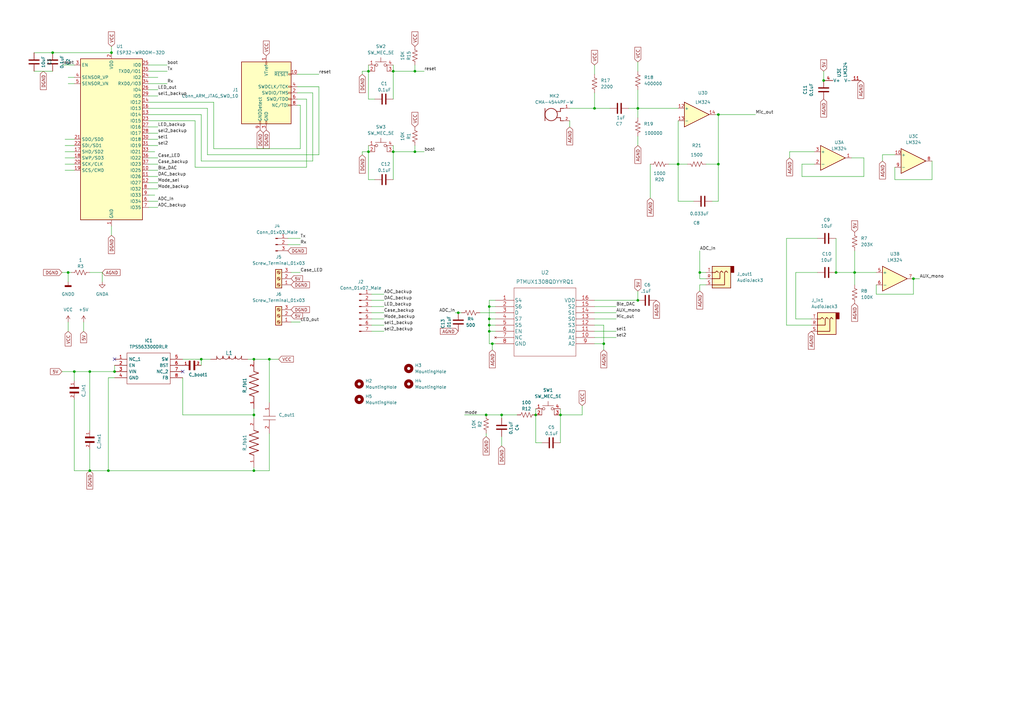
<source format=kicad_sch>
(kicad_sch (version 20211123) (generator eeschema)
  (paper "A3")
  (lib_symbols
    (symbol "Amplifier_Operational:LM324" (pin_names (offset 0.127))
      (property "Reference" "U" (at 0 5.08 0))
      (property "Value" "LM324" (at 0 -5.08 0))
      (symbol "LM324_1_1"
        (pin output line (at 7.62 0 180) (length 2.54) (name "~") (number "1"))
        (pin input line (at -7.62 -2.54 0) (length 2.54) (name "-") (number "2"))
        (pin input line (at -7.62 2.54 0) (length 2.54) (name "+") (number "3"))
      )
      (symbol "LM324_2_1"
        (pin input line (at -7.62 2.54 0) (length 2.54) (name "+") (number "5"))
        (pin input line (at -7.62 -2.54 0) (length 2.54) (name "-") (number "6"))
        (pin output line (at 7.62 0 180) (length 2.54) (name "~") (number "7"))
      )
      (symbol "LM324_3_1"
        (pin input line (at -7.62 2.54 0) (length 2.54) (name "+") (number "10"))
        (pin output line (at 7.62 0 180) (length 2.54) (name "~") (number "8"))
        (pin input line (at -7.62 -2.54 0) (length 2.54) (name "-") (number "9"))
      )
      (symbol "LM324_4_1"
        (pin input line (at -7.62 2.54 0) (length 2.54) (name "+") (number "12"))
        (pin input line (at -7.62 -2.54 0) (length 2.54) (name "-") (number "13"))
        (pin output line (at 7.62 0 180) (length 2.54) (name "~") (number "14"))
      )
      (symbol "LM324_5_1"
        (pin power_in line (at -2.54 -7.62 90) (length 3.81) (name "V-") (number "11"))
        (pin power_in line (at -2.54 7.62 270) (length 3.81) (name "V+") (number "4"))
      )
    )
    (symbol "Connector:AudioJack3"
      (property "Reference" "J" (at 0 8.89 0))
      (property "Value" "AudioJack3" (at 0 6.35 0))
      (symbol "AudioJack3_1_1"
        (pin passive line (at 5.08 0 180) (length 2.54) (name "~") (number "R"))
        (pin passive line (at 5.08 2.54 180) (length 2.54) (name "~") (number "S"))
        (pin passive line (at 5.08 -2.54 180) (length 2.54) (name "~") (number "T"))
      )
    )
    (symbol "Connector:Conn_01x03_Male" (pin_names (offset 1.016) hide)
      (property "Reference" "J" (at 0 5.08 0))
      (property "Value" "Conn_01x03_Male" (at 0 -5.08 0))
      (symbol "Conn_01x03_Male_1_1"
        (pin passive line (at 5.08 2.54 180) (length 3.81) (name "Pin_1") (number "1"))
        (pin passive line (at 5.08 0 180) (length 3.81) (name "Pin_2") (number "2"))
        (pin passive line (at 5.08 -2.54 180) (length 3.81) (name "Pin_3") (number "3"))
      )
    )
    (symbol "Connector:Conn_01x07_Male" (pin_names (offset 1.016) hide)
      (property "Reference" "J" (at 0 10.16 0))
      (property "Value" "Conn_01x07_Male" (at 0 -10.16 0))
      (symbol "Conn_01x07_Male_1_1"
        (pin passive line (at 5.08 7.62 180) (length 3.81) (name "Pin_1") (number "1"))
        (pin passive line (at 5.08 5.08 180) (length 3.81) (name "Pin_2") (number "2"))
        (pin passive line (at 5.08 2.54 180) (length 3.81) (name "Pin_3") (number "3"))
        (pin passive line (at 5.08 0 180) (length 3.81) (name "Pin_4") (number "4"))
        (pin passive line (at 5.08 -2.54 180) (length 3.81) (name "Pin_5") (number "5"))
        (pin passive line (at 5.08 -5.08 180) (length 3.81) (name "Pin_6") (number "6"))
        (pin passive line (at 5.08 -7.62 180) (length 3.81) (name "Pin_7") (number "7"))
      )
    )
    (symbol "Connector:Conn_ARM_JTAG_SWD_10" (pin_names (offset 1.016))
      (property "Reference" "J" (at -2.54 16.51 0))
      (property "Value" "Conn_ARM_JTAG_SWD_10" (at -2.54 13.97 0))
      (symbol "Conn_ARM_JTAG_SWD_10_1_1"
        (pin power_in line (at 0 15.24 270) (length 2.54) (name "VTref") (number "1"))
        (pin open_collector line (at 12.7 7.62 180) (length 2.54) (name "~{RESET}") (number "10"))
        (pin bidirectional line (at 12.7 0 180) (length 2.54) (name "SWDIO/TMS") (number "2"))
        (pin power_in line (at 0 -15.24 90) (length 2.54) (name "GND") (number "3"))
        (pin output line (at 12.7 2.54 180) (length 2.54) (name "SWDCLK/TCK") (number "4"))
        (pin passive line (at 0 -15.24 90) (length 2.54) hide (name "GND") (number "5"))
        (pin input line (at 12.7 -2.54 180) (length 2.54) (name "SWO/TDO") (number "6"))
        (pin no_connect line (at -10.16 0 0) (length 2.54) hide (name "KEY") (number "7"))
        (pin output line (at 12.7 -5.08 180) (length 2.54) (name "NC/TDI") (number "8"))
        (pin passive line (at -2.54 -15.24 90) (length 2.54) (name "GNDDetect") (number "9"))
      )
    )
    (symbol "Connector:Screw_Terminal_01x03" (pin_names (offset 1.016) hide)
      (property "Reference" "J" (at 0 5.08 0))
      (property "Value" "Screw_Terminal_01x03" (at 0 -5.08 0))
      (symbol "Screw_Terminal_01x03_1_1"
        (pin passive line (at -5.08 2.54 0) (length 3.81) (name "Pin_1") (number "1"))
        (pin passive line (at -5.08 0 0) (length 3.81) (name "Pin_2") (number "2"))
        (pin passive line (at -5.08 -2.54 0) (length 3.81) (name "Pin_3") (number "3"))
      )
    )
    (symbol "Device:C" (pin_numbers hide) (pin_names (offset 0.254))
      (property "Reference" "C" (at 0.635 2.54 0))
      (property "Value" "C" (at 0.635 -2.54 0))
      (symbol "C_1_1"
        (pin passive line (at 0 3.81 270) (length 2.794) (name "~") (number "1"))
        (pin passive line (at 0 -3.81 90) (length 2.794) (name "~") (number "2"))
      )
    )
    (symbol "Device:R_US" (pin_numbers hide) (pin_names (offset 0))
      (property "Reference" "R" (at 2.54 0 90))
      (property "Value" "R_US" (at -2.54 0 90))
      (symbol "R_US_1_1"
        (pin passive line (at 0 3.81 270) (length 1.27) (name "~") (number "1"))
        (pin passive line (at 0 -3.81 90) (length 1.27) (name "~") (number "2"))
      )
    )
    (symbol "Mechanical:MountingHole" (pin_names (offset 1.016))
      (property "Reference" "H" (at 0 5.08 0))
      (property "Value" "MountingHole" (at 0 3.175 0))
    )
    (symbol "Power_Circuit_Lib:CRCW040210K0FKED" (pin_names (offset 1.016))
      (property "Reference" "R" (at -7.6244 2.5415 0))
      (property "Value" "CRCW040210K0FKED" (at -7.63 -5.0866 0))
      (symbol "CRCW040210K0FKED_0_0"
        (pin passive line (at -10.16 0 0) (length 5.08) (name "~") (number "1"))
        (pin passive line (at 10.16 0 180) (length 5.08) (name "~") (number "2"))
      )
    )
    (symbol "Power_Circuit_Lib:CRCW060330K9FKEA" (pin_names (offset 1.016))
      (property "Reference" "R" (at -7.6244 2.5415 0))
      (property "Value" "CRCW060330K9FKEA" (at -7.63 -5.0866 0))
      (symbol "CRCW060330K9FKEA_0_0"
        (pin passive line (at -10.16 0 0) (length 5.08) (name "~") (number "1"))
        (pin passive line (at 10.16 0 180) (length 5.08) (name "~") (number "2"))
      )
    )
    (symbol "Power_Circuit_Lib:GRM155R71A104KA01D" (pin_names (offset 1.016))
      (property "Reference" "C" (at 0 3.8109 0))
      (property "Value" "GRM155R71A104KA01D" (at 0 -5.0885 0))
      (symbol "GRM155R71A104KA01D_0_0"
        (pin passive line (at -2.54 0 0) (length 2.54) (name "~") (number "1"))
        (pin passive line (at 5.08 0 180) (length 2.54) (name "~") (number "2"))
      )
    )
    (symbol "Power_Circuit_Lib:GRM31CR71E106KA12L" (pin_names (offset 1.016))
      (property "Reference" "C" (at 0 3.8109 0))
      (property "Value" "GRM31CR71E106KA12L" (at 0 -5.0885 0))
      (symbol "GRM31CR71E106KA12L_0_0"
        (pin passive line (at -2.54 0 0) (length 2.54) (name "~") (number "1"))
        (pin passive line (at 5.08 0 180) (length 2.54) (name "~") (number "2"))
      )
    )
    (symbol "Power_Circuit_Lib:GRM32EC80J107ME20L" (pin_names (offset 0.762))
      (property "Reference" "C" (at 8.89 6.35 0))
      (property "Value" "GRM32EC80J107ME20L" (at 8.89 3.81 0))
      (symbol "GRM32EC80J107ME20L_0_0"
        (pin passive line (at 0 0 0) (length 5.08) (name "~") (number "1"))
        (pin passive line (at 12.7 0 180) (length 5.08) (name "~") (number "2"))
      )
    )
    (symbol "Power_Circuit_Lib:HCM0703-4R7-R" (pin_numbers hide) (pin_names (offset 1.651) hide)
      (property "Reference" "L1" (at 7.62 7.62 0))
      (property "Value" "HCM0703-4R7-R" (at 7.62 3.81 0))
      (symbol "HCM0703-4R7-R_1_1"
        (pin power_out line (at 15.24 0 180) (length 2.54) (name "1") (number "1"))
        (pin power_in line (at 0 0 0) (length 2.54) (name "2") (number "2"))
      )
    )
    (symbol "RF_Module:ESP32-WROOM-32D"
      (property "Reference" "U" (at -12.7 34.29 0))
      (property "Value" "ESP32-WROOM-32D" (at 1.27 34.29 0))
      (symbol "ESP32-WROOM-32D_1_1"
        (pin power_in line (at 0 -35.56 90) (length 2.54) (name "GND") (number "1"))
        (pin bidirectional line (at 15.24 -12.7 180) (length 2.54) (name "IO25") (number "10"))
        (pin bidirectional line (at 15.24 -15.24 180) (length 2.54) (name "IO26") (number "11"))
        (pin bidirectional line (at 15.24 -17.78 180) (length 2.54) (name "IO27") (number "12"))
        (pin bidirectional line (at 15.24 10.16 180) (length 2.54) (name "IO14") (number "13"))
        (pin bidirectional line (at 15.24 15.24 180) (length 2.54) (name "IO12") (number "14"))
        (pin passive line (at 0 -35.56 90) (length 2.54) hide (name "GND") (number "15"))
        (pin bidirectional line (at 15.24 12.7 180) (length 2.54) (name "IO13") (number "16"))
        (pin bidirectional line (at -15.24 -5.08 0) (length 2.54) (name "SHD/SD2") (number "17"))
        (pin bidirectional line (at -15.24 -7.62 0) (length 2.54) (name "SWP/SD3") (number "18"))
        (pin bidirectional line (at -15.24 -12.7 0) (length 2.54) (name "SCS/CMD") (number "19"))
        (pin power_in line (at 0 35.56 270) (length 2.54) (name "VDD") (number "2"))
        (pin bidirectional line (at -15.24 -10.16 0) (length 2.54) (name "SCK/CLK") (number "20"))
        (pin bidirectional line (at -15.24 0 0) (length 2.54) (name "SDO/SD0") (number "21"))
        (pin bidirectional line (at -15.24 -2.54 0) (length 2.54) (name "SDI/SD1") (number "22"))
        (pin bidirectional line (at 15.24 7.62 180) (length 2.54) (name "IO15") (number "23"))
        (pin bidirectional line (at 15.24 25.4 180) (length 2.54) (name "IO2") (number "24"))
        (pin bidirectional line (at 15.24 30.48 180) (length 2.54) (name "IO0") (number "25"))
        (pin bidirectional line (at 15.24 20.32 180) (length 2.54) (name "IO4") (number "26"))
        (pin bidirectional line (at 15.24 5.08 180) (length 2.54) (name "IO16") (number "27"))
        (pin bidirectional line (at 15.24 2.54 180) (length 2.54) (name "IO17") (number "28"))
        (pin bidirectional line (at 15.24 17.78 180) (length 2.54) (name "IO5") (number "29"))
        (pin input line (at -15.24 30.48 0) (length 2.54) (name "EN") (number "3"))
        (pin bidirectional line (at 15.24 0 180) (length 2.54) (name "IO18") (number "30"))
        (pin bidirectional line (at 15.24 -2.54 180) (length 2.54) (name "IO19") (number "31"))
        (pin no_connect line (at -12.7 -27.94 0) (length 2.54) hide (name "NC") (number "32"))
        (pin bidirectional line (at 15.24 -5.08 180) (length 2.54) (name "IO21") (number "33"))
        (pin bidirectional line (at 15.24 22.86 180) (length 2.54) (name "RXD0/IO3") (number "34"))
        (pin bidirectional line (at 15.24 27.94 180) (length 2.54) (name "TXD0/IO1") (number "35"))
        (pin bidirectional line (at 15.24 -7.62 180) (length 2.54) (name "IO22") (number "36"))
        (pin bidirectional line (at 15.24 -10.16 180) (length 2.54) (name "IO23") (number "37"))
        (pin passive line (at 0 -35.56 90) (length 2.54) hide (name "GND") (number "38"))
        (pin passive line (at 0 -35.56 90) (length 2.54) hide (name "GND") (number "39"))
        (pin input line (at -15.24 25.4 0) (length 2.54) (name "SENSOR_VP") (number "4"))
        (pin input line (at -15.24 22.86 0) (length 2.54) (name "SENSOR_VN") (number "5"))
        (pin input line (at 15.24 -25.4 180) (length 2.54) (name "IO34") (number "6"))
        (pin input line (at 15.24 -27.94 180) (length 2.54) (name "IO35") (number "7"))
        (pin bidirectional line (at 15.24 -20.32 180) (length 2.54) (name "IO32") (number "8"))
        (pin bidirectional line (at 15.24 -22.86 180) (length 2.54) (name "IO33") (number "9"))
      )
    )
    (symbol "Switch:SW_MEC_5E" (pin_names (offset 1.016) hide)
      (property "Reference" "SW" (at 0.635 5.715 0))
      (property "Value" "SW_MEC_5E" (at 0 -3.175 0))
      (symbol "SW_MEC_5E_0_1"
        (pin passive line (at -5.08 2.54 0) (length 2.54) (name "1") (number "1"))
        (pin passive line (at -5.08 0 0) (length 2.54) (name "2") (number "2"))
        (pin passive line (at 5.08 0 180) (length 2.54) (name "K") (number "3"))
        (pin passive line (at 5.08 2.54 180) (length 2.54) (name "A") (number "4"))
      )
    )
    (symbol "TMUX:PTMUX1308QDYYRQ1" (pin_names (offset 0.254))
      (property "Reference" "U2" (at 20.32 11.43 0))
      (property "Value" "PTMUX1308QDYYRQ1" (at 20.32 7.62 0))
      (symbol "PTMUX1308QDYYRQ1_1_1"
        (pin bidirectional line (at 0 0 0) (length 7.62) (name "S4") (number "1"))
        (pin bidirectional line (at 40.64 -15.24 180) (length 7.62) (name "A1") (number "10"))
        (pin bidirectional line (at 40.64 -12.7 180) (length 7.62) (name "A0") (number "11"))
        (pin bidirectional line (at 40.64 -10.16 180) (length 7.62) (name "S3") (number "12"))
        (pin bidirectional line (at 40.64 -7.62 180) (length 7.62) (name "S0") (number "13"))
        (pin bidirectional line (at 40.64 -5.08 180) (length 7.62) (name "S1") (number "14"))
        (pin bidirectional line (at 40.64 -2.54 180) (length 7.62) (name "S2") (number "15"))
        (pin power_out line (at 40.64 0 180) (length 7.62) (name "VDD") (number "16"))
        (pin bidirectional line (at 0 -2.54 0) (length 7.62) (name "S6") (number "2"))
        (pin output line (at 0 -5.08 0) (length 7.62) (name "D") (number "3"))
        (pin bidirectional line (at 0 -7.62 0) (length 7.62) (name "S7") (number "4"))
        (pin bidirectional line (at 0 -10.16 0) (length 7.62) (name "S5") (number "5"))
        (pin unspecified line (at 0 -12.7 0) (length 7.62) (name "EN") (number "6"))
        (pin no_connect line (at 0 -15.24 0) (length 7.62) (name "NC") (number "7"))
        (pin power_in line (at 0 -17.78 0) (length 7.62) (name "GND") (number "8"))
        (pin bidirectional line (at 40.64 -17.78 180) (length 7.62) (name "A2") (number "9"))
      )
    )
    (symbol "TPS563300 Power Circuit:TPS563300DRLR" (pin_names (offset 0.762))
      (property "Reference" "IC1" (at 13.97 7.62 0))
      (property "Value" "TPS563300DRLR" (at 13.97 5.08 0))
      (symbol "TPS563300DRLR_0_0"
        (pin passive line (at 0 0 0) (length 5.08) (name "NC_1") (number "1"))
        (pin passive line (at 0 -2.54 0) (length 5.08) (name "EN") (number "2"))
        (pin passive line (at 0 -5.08 0) (length 5.08) (name "VIN") (number "3"))
        (pin passive line (at 0 -7.62 0) (length 5.08) (name "GND") (number "4"))
        (pin power_out line (at 27.94 0 180) (length 5.08) (name "SW") (number "5"))
        (pin passive line (at 27.94 -2.54 180) (length 5.08) (name "BST") (number "6"))
        (pin passive line (at 27.94 -5.08 180) (length 5.08) (name "NC_2") (number "7"))
        (pin passive line (at 27.94 -7.62 180) (length 5.08) (name "FB") (number "8"))
      )
    )
    (symbol "electret_mic:CMA-4544PF-W" (pin_names (offset 1.016))
      (property "Reference" "MK" (at -2.5409 3.8113 0))
      (property "Value" "CMA-4544PF-W" (at -2.5411 -6.3527 0))
      (symbol "CMA-4544PF-W_0_0"
        (pin output line (at 7.62 2.54 180) (length 2.54) (name "~") (number "1"))
        (pin power_in line (at 7.62 -2.54 180) (length 2.54) (name "~") (number "2"))
      )
    )
    (symbol "power:+5V" (power) (pin_names (offset 0))
      (property "Value" "+5V" (at 0 3.556 0))
      (symbol "+5V_1_1"
        (pin power_in line (at 0 0 90) (length 0) hide (name "+5V") (number "1"))
      )
    )
    (symbol "power:GNDA" (power) (pin_names (offset 0))
      (property "Value" "GNDA" (at 0 -5.08 0))
      (symbol "GNDA_1_1"
        (pin power_out line (at 0 0 270) (length 0) hide (name "GNDA") (number "1"))
      )
    )
    (symbol "power:GNDD" (power) (pin_names (offset 0))
      (property "Value" "GNDD" (at 0 -5.08 0))
      (symbol "GNDD_1_1"
        (pin power_out line (at 0 0 270) (length 0) hide (name "GNDD") (number "1"))
      )
    )
    (symbol "power:VCC" (power) (pin_names (offset 0))
      (property "Value" "VCC" (at 0 3.81 0))
      (symbol "VCC_1_1"
        (pin power_in line (at 0 0 90) (length 0) hide (name "VCC") (number "1"))
      )
    )
  )
  (junction (at 104.14 147.32))
  (junction (at 229.87 170.18))
  (junction (at 151.13 62.23))
  (junction (at 161.29 62.23))
  (junction (at 46.99 152.4))
  (junction (at 294.64 46.99))
  (junction (at 151.13 29.21))
  (junction (at 36.83 193.04))
  (junction (at 30.48 152.4))
  (junction (at 199.39 170.18))
  (junction (at 104.14 170.18))
  (junction (at 287.02 111.76))
  (junction (at 205.74 170.18))
  (junction (at 161.29 29.21))
  (junction (at 110.49 147.32))
  (junction (at 200.66 125.73))
  (junction (at 104.14 193.04))
  (junction (at 278.13 67.31))
  (junction (at 247.65 140.97))
  (junction (at 170.18 62.23))
  (junction (at 337.82 33.02))
  (junction (at 187.96 128.27))
  (junction (at 219.71 170.18))
  (junction (at 261.62 44.45))
  (junction (at 21.59 21.59))
  (junction (at 200.66 133.35))
  (junction (at 200.66 130.81))
  (junction (at 36.83 152.4))
  (junction (at 243.84 44.45))
  (junction (at 374.65 114.3))
  (junction (at 350.52 111.76))
  (junction (at 200.66 135.89))
  (junction (at 294.64 67.31))
  (junction (at 342.9 111.76))
  (junction (at 45.72 21.59))
  (junction (at 261.62 123.19))
  (junction (at 170.18 29.21))
  (junction (at 27.94 111.76))
  (junction (at 44.45 193.04))
  (junction (at 82.55 147.32))
  (junction (at 201.93 140.97))
  (no_connect (at 46.99 147.32))
  (no_connect (at 74.93 152.4))
  (wire (pts (xy 367.03 68.58) (xy 367.03 73.66)))
  (wire (pts (xy 222.25 181.61) (xy 219.71 181.61)))
  (wire (pts (xy 60.96 26.67) (xy 68.58 26.67)))
  (wire (pts (xy 219.71 181.61) (xy 219.71 170.18)))
  (wire (pts (xy 367.03 73.66) (xy 382.27 73.66)))
  (wire (pts (xy 60.96 67.31) (xy 64.77 67.31)))
  (wire (pts (xy 104.14 167.64) (xy 104.14 170.18)))
  (wire (pts (xy 200.66 123.19) (xy 200.66 125.73)))
  (wire (pts (xy 27.94 111.76) (xy 29.21 111.76)))
  (wire (pts (xy 101.6 147.32) (xy 104.14 147.32)))
  (wire (pts (xy 74.93 154.94) (xy 74.93 170.18)))
  (wire (pts (xy 374.65 114.3) (xy 377.19 114.3)))
  (wire (pts (xy 74.93 170.18) (xy 104.14 170.18)))
  (wire (pts (xy 293.37 46.99) (xy 294.64 46.99)))
  (wire (pts (xy 243.84 123.19) (xy 261.62 123.19)))
  (wire (pts (xy 148.59 29.21) (xy 151.13 29.21)))
  (wire (pts (xy 199.39 170.18) (xy 205.74 170.18)))
  (wire (pts (xy 170.18 62.23) (xy 170.18 59.69)))
  (wire (pts (xy 243.84 38.1) (xy 243.84 44.45)))
  (wire (pts (xy 261.62 44.45) (xy 278.13 44.45)))
  (wire (pts (xy 21.59 21.59) (xy 45.72 21.59)))
  (wire (pts (xy 104.14 147.32) (xy 110.49 147.32)))
  (wire (pts (xy 233.68 52.07) (xy 233.68 49.53)))
  (wire (pts (xy 243.84 26.67) (xy 243.84 30.48)))
  (wire (pts (xy 26.67 59.69) (xy 30.48 59.69)))
  (wire (pts (xy 349.25 64.77) (xy 354.33 64.77)))
  (wire (pts (xy 148.59 63.5) (xy 148.59 62.23)))
  (wire (pts (xy 148.59 62.23) (xy 151.13 62.23)))
  (wire (pts (xy 123.19 43.18) (xy 121.92 43.18)))
  (wire (pts (xy 44.45 154.94) (xy 44.45 193.04)))
  (wire (pts (xy 294.64 82.55) (xy 292.1 82.55)))
  (wire (pts (xy 118.11 100.33) (xy 123.19 100.33)))
  (wire (pts (xy 326.39 111.76) (xy 326.39 130.81)))
  (wire (pts (xy 30.48 163.83) (xy 30.48 193.04)))
  (wire (pts (xy 354.33 72.39) (xy 354.33 64.77)))
  (wire (pts (xy 328.93 67.31) (xy 334.01 67.31)))
  (wire (pts (xy 121.92 30.48) (xy 130.81 30.48)))
  (wire (pts (xy 152.4 120.65) (xy 157.48 120.65)))
  (wire (pts (xy 243.84 128.27) (xy 252.73 128.27)))
  (wire (pts (xy 261.62 123.19) (xy 261.62 119.38)))
  (wire (pts (xy 257.81 44.45) (xy 261.62 44.45)))
  (wire (pts (xy 200.66 130.81) (xy 200.66 133.35)))
  (wire (pts (xy 374.65 114.3) (xy 374.65 120.65)))
  (wire (pts (xy 60.96 74.93) (xy 64.77 74.93)))
  (wire (pts (xy 243.84 135.89) (xy 252.73 135.89)))
  (wire (pts (xy 110.49 147.32) (xy 114.3 147.32)))
  (wire (pts (xy 60.96 69.85) (xy 64.77 69.85)))
  (wire (pts (xy 82.55 147.32) (xy 86.36 147.32)))
  (wire (pts (xy 382.27 73.66) (xy 382.27 66.04)))
  (wire (pts (xy 151.13 59.69) (xy 151.13 62.23)))
  (wire (pts (xy 60.96 62.23) (xy 63.5 62.23)))
  (wire (pts (xy 243.84 44.45) (xy 250.19 44.45)))
  (wire (pts (xy 123.19 132.08) (xy 119.38 132.08)))
  (wire (pts (xy 125.73 40.64) (xy 125.73 68.58)))
  (wire (pts (xy 60.96 57.15) (xy 64.77 57.15)))
  (wire (pts (xy 60.96 80.01) (xy 63.5 80.01)))
  (wire (pts (xy 153.67 73.66) (xy 151.13 73.66)))
  (wire (pts (xy 41.91 111.76) (xy 41.91 115.57)))
  (wire (pts (xy 26.67 57.15) (xy 30.48 57.15)))
  (wire (pts (xy 243.84 138.43) (xy 252.73 138.43)))
  (wire (pts (xy 359.41 120.65) (xy 359.41 116.84)))
  (wire (pts (xy 229.87 170.18) (xy 229.87 181.61)))
  (wire (pts (xy 287.02 111.76) (xy 289.56 111.76)))
  (wire (pts (xy 323.85 62.23) (xy 334.01 62.23)))
  (wire (pts (xy 170.18 29.21) (xy 173.99 29.21)))
  (wire (pts (xy 233.68 44.45) (xy 243.84 44.45)))
  (wire (pts (xy 87.63 60.96) (xy 123.19 60.96)))
  (wire (pts (xy 247.65 133.35) (xy 247.65 140.97)))
  (wire (pts (xy 274.32 67.31) (xy 278.13 67.31)))
  (wire (pts (xy 45.72 96.52) (xy 45.72 92.71)))
  (wire (pts (xy 110.49 177.8) (xy 110.49 193.04)))
  (wire (pts (xy 82.55 66.04) (xy 128.27 66.04)))
  (wire (pts (xy 161.29 26.67) (xy 161.29 29.21)))
  (wire (pts (xy 30.48 152.4) (xy 30.48 156.21)))
  (wire (pts (xy 152.4 130.81) (xy 157.48 130.81)))
  (wire (pts (xy 199.39 177.8) (xy 199.39 179.07)))
  (wire (pts (xy 161.29 62.23) (xy 161.29 73.66)))
  (wire (pts (xy 104.14 170.18) (xy 104.14 171.45)))
  (wire (pts (xy 26.67 62.23) (xy 30.48 62.23)))
  (wire (pts (xy 60.96 44.45) (xy 85.09 44.45)))
  (wire (pts (xy 200.66 125.73) (xy 203.2 125.73)))
  (wire (pts (xy 350.52 116.84) (xy 350.52 111.76)))
  (wire (pts (xy 121.92 35.56) (xy 130.81 35.56)))
  (wire (pts (xy 200.66 133.35) (xy 200.66 135.89)))
  (wire (pts (xy 130.81 35.56) (xy 130.81 63.5)))
  (wire (pts (xy 60.96 39.37) (xy 64.77 39.37)))
  (wire (pts (xy 278.13 67.31) (xy 281.94 67.31)))
  (wire (pts (xy 229.87 167.64) (xy 229.87 170.18)))
  (wire (pts (xy 104.14 193.04) (xy 110.49 193.04)))
  (wire (pts (xy 243.84 130.81) (xy 252.73 130.81)))
  (wire (pts (xy 261.62 59.69) (xy 261.62 55.88)))
  (wire (pts (xy 26.67 64.77) (xy 30.48 64.77)))
  (wire (pts (xy 125.73 68.58) (xy 80.01 68.58)))
  (wire (pts (xy 200.66 130.81) (xy 203.2 130.81)))
  (wire (pts (xy 25.4 152.4) (xy 30.48 152.4)))
  (wire (pts (xy 30.48 152.4) (xy 36.83 152.4)))
  (wire (pts (xy 278.13 49.53) (xy 278.13 67.31)))
  (wire (pts (xy 205.74 182.88) (xy 205.74 179.07)))
  (wire (pts (xy 27.94 111.76) (xy 27.94 115.57)))
  (wire (pts (xy 60.96 52.07) (xy 64.77 52.07)))
  (wire (pts (xy 287.02 111.76) (xy 287.02 114.3)))
  (wire (pts (xy 34.29 132.08) (xy 34.29 135.89)))
  (wire (pts (xy 326.39 130.81) (xy 332.74 130.81)))
  (wire (pts (xy 60.96 36.83) (xy 64.77 36.83)))
  (wire (pts (xy 60.96 85.09) (xy 64.77 85.09)))
  (wire (pts (xy 337.82 29.21) (xy 337.82 33.02)))
  (wire (pts (xy 200.66 125.73) (xy 200.66 130.81)))
  (wire (pts (xy 289.56 116.84) (xy 287.02 116.84)))
  (wire (pts (xy 27.94 34.29) (xy 30.48 34.29)))
  (wire (pts (xy 36.83 111.76) (xy 41.91 111.76)))
  (wire (pts (xy 219.71 167.64) (xy 219.71 170.18)))
  (wire (pts (xy 170.18 62.23) (xy 173.99 62.23)))
  (wire (pts (xy 332.74 133.35) (xy 322.58 133.35)))
  (wire (pts (xy 60.96 34.29) (xy 68.58 34.29)))
  (wire (pts (xy 287.02 116.84) (xy 287.02 119.38)))
  (wire (pts (xy 152.4 135.89) (xy 157.48 135.89)))
  (wire (pts (xy 243.84 125.73) (xy 252.73 125.73)))
  (wire (pts (xy 212.09 170.18) (xy 205.74 170.18)))
  (wire (pts (xy 151.13 26.67) (xy 151.13 29.21)))
  (wire (pts (xy 203.2 140.97) (xy 201.93 140.97)))
  (wire (pts (xy 294.64 46.99) (xy 309.88 46.99)))
  (wire (pts (xy 322.58 97.79) (xy 335.28 97.79)))
  (wire (pts (xy 361.95 63.5) (xy 361.95 66.04)))
  (wire (pts (xy 205.74 170.18) (xy 205.74 171.45)))
  (wire (pts (xy 186.69 128.27) (xy 187.96 128.27)))
  (wire (pts (xy 203.2 123.19) (xy 200.66 123.19)))
  (wire (pts (xy 328.93 72.39) (xy 354.33 72.39)))
  (wire (pts (xy 46.99 149.86) (xy 46.99 152.4)))
  (wire (pts (xy 238.76 166.37) (xy 238.76 170.18)))
  (wire (pts (xy 247.65 143.51) (xy 247.65 140.97)))
  (wire (pts (xy 153.67 40.64) (xy 151.13 40.64)))
  (wire (pts (xy 151.13 73.66) (xy 151.13 62.23)))
  (wire (pts (xy 44.45 193.04) (xy 104.14 193.04)))
  (wire (pts (xy 261.62 36.83) (xy 261.62 44.45)))
  (wire (pts (xy 87.63 41.91) (xy 87.63 60.96)))
  (wire (pts (xy 26.67 69.85) (xy 30.48 69.85)))
  (wire (pts (xy 60.96 72.39) (xy 64.77 72.39)))
  (wire (pts (xy 60.96 64.77) (xy 64.77 64.77)))
  (wire (pts (xy 60.96 49.53) (xy 80.01 49.53)))
  (wire (pts (xy 367.03 63.5) (xy 361.95 63.5)))
  (wire (pts (xy 200.66 135.89) (xy 200.66 140.97)))
  (wire (pts (xy 200.66 140.97) (xy 201.93 140.97)))
  (wire (pts (xy 294.64 82.55) (xy 294.64 67.31)))
  (wire (pts (xy 45.72 19.05) (xy 45.72 21.59)))
  (wire (pts (xy 82.55 149.86) (xy 82.55 147.32)))
  (wire (pts (xy 323.85 62.23) (xy 323.85 64.77)))
  (wire (pts (xy 60.96 59.69) (xy 64.77 59.69)))
  (wire (pts (xy 350.52 111.76) (xy 359.41 111.76)))
  (wire (pts (xy 30.48 193.04) (xy 36.83 193.04)))
  (wire (pts (xy 36.83 193.04) (xy 44.45 193.04)))
  (wire (pts (xy 261.62 44.45) (xy 261.62 48.26)))
  (wire (pts (xy 187.96 128.27) (xy 189.23 128.27)))
  (wire (pts (xy 13.97 29.21) (xy 21.59 29.21)))
  (wire (pts (xy 152.4 125.73) (xy 157.48 125.73)))
  (wire (pts (xy 200.66 135.89) (xy 203.2 135.89)))
  (wire (pts (xy 110.49 147.32) (xy 110.49 165.1)))
  (wire (pts (xy 128.27 38.1) (xy 121.92 38.1)))
  (wire (pts (xy 328.93 67.31) (xy 328.93 72.39)))
  (wire (pts (xy 243.84 133.35) (xy 247.65 133.35)))
  (wire (pts (xy 342.9 97.79) (xy 342.9 111.76)))
  (wire (pts (xy 152.4 123.19) (xy 157.48 123.19)))
  (wire (pts (xy 148.59 30.48) (xy 148.59 29.21)))
  (wire (pts (xy 60.96 46.99) (xy 82.55 46.99)))
  (wire (pts (xy 374.65 120.65) (xy 359.41 120.65)))
  (wire (pts (xy 60.96 41.91) (xy 87.63 41.91)))
  (wire (pts (xy 152.4 133.35) (xy 157.48 133.35)))
  (wire (pts (xy 123.19 43.18) (xy 123.19 60.96)))
  (wire (pts (xy 170.18 29.21) (xy 170.18 26.67)))
  (wire (pts (xy 229.87 170.18) (xy 238.76 170.18)))
  (wire (pts (xy 261.62 25.4) (xy 261.62 29.21)))
  (wire (pts (xy 190.5 170.18) (xy 199.39 170.18)))
  (wire (pts (xy 152.4 128.27) (xy 157.48 128.27)))
  (wire (pts (xy 128.27 66.04) (xy 128.27 38.1)))
  (wire (pts (xy 26.67 67.31) (xy 30.48 67.31)))
  (wire (pts (xy 287.02 114.3) (xy 289.56 114.3)))
  (wire (pts (xy 121.92 40.64) (xy 125.73 40.64)))
  (wire (pts (xy 80.01 68.58) (xy 80.01 49.53)))
  (wire (pts (xy 266.7 67.31) (xy 266.7 81.28)))
  (wire (pts (xy 60.96 82.55) (xy 64.77 82.55)))
  (wire (pts (xy 60.96 31.75) (xy 64.77 31.75)))
  (wire (pts (xy 13.97 21.59) (xy 21.59 21.59)))
  (wire (pts (xy 82.55 46.99) (xy 82.55 66.04)))
  (wire (pts (xy 161.29 62.23) (xy 170.18 62.23)))
  (wire (pts (xy 27.94 31.75) (xy 30.48 31.75)))
  (wire (pts (xy 123.19 111.76) (xy 119.38 111.76)))
  (wire (pts (xy 161.29 59.69) (xy 161.29 62.23)))
  (wire (pts (xy 36.83 152.4) (xy 36.83 176.53)))
  (wire (pts (xy 196.85 128.27) (xy 203.2 128.27)))
  (wire (pts (xy 350.52 102.87) (xy 350.52 111.76)))
  (wire (pts (xy 322.58 133.35) (xy 322.58 97.79)))
  (wire (pts (xy 46.99 154.94) (xy 44.45 154.94)))
  (wire (pts (xy 294.64 67.31) (xy 294.64 46.99)))
  (wire (pts (xy 200.66 133.35) (xy 203.2 133.35)))
  (wire (pts (xy 118.11 97.79) (xy 123.19 97.79)))
  (wire (pts (xy 60.96 54.61) (xy 64.77 54.61)))
  (wire (pts (xy 278.13 82.55) (xy 284.48 82.55)))
  (wire (pts (xy 151.13 40.64) (xy 151.13 29.21)))
  (wire (pts (xy 60.96 77.47) (xy 64.77 77.47)))
  (wire (pts (xy 36.83 184.15) (xy 36.83 193.04)))
  (wire (pts (xy 335.28 111.76) (xy 326.39 111.76)))
  (wire (pts (xy 278.13 67.31) (xy 278.13 82.55)))
  (wire (pts (xy 130.81 63.5) (xy 85.09 63.5)))
  (wire (pts (xy 289.56 67.31) (xy 294.64 67.31)))
  (wire (pts (xy 27.94 132.08) (xy 27.94 135.89)))
  (wire (pts (xy 36.83 152.4) (xy 46.99 152.4)))
  (wire (pts (xy 287.02 102.87) (xy 287.02 111.76)))
  (wire (pts (xy 342.9 111.76) (xy 350.52 111.76)))
  (wire (pts (xy 25.4 26.67) (xy 30.48 26.67)))
  (wire (pts (xy 201.93 140.97) (xy 201.93 143.51)))
  (wire (pts (xy 161.29 29.21) (xy 161.29 40.64)))
  (wire (pts (xy 25.4 111.76) (xy 27.94 111.76)))
  (wire (pts (xy 161.29 29.21) (xy 170.18 29.21)))
  (wire (pts (xy 247.65 140.97) (xy 243.84 140.97)))
  (wire (pts (xy 104.14 191.77) (xy 104.14 193.04)))
  (wire (pts (xy 85.09 63.5) (xy 85.09 44.45)))
  (wire (pts (xy 74.93 147.32) (xy 82.55 147.32)))
  (wire (pts (xy 60.96 29.21) (xy 68.58 29.21)))
  (label "ADC_backup" (at 157.48 120.65 0))
  (label "Rx" (at 68.58 34.29 0))
  (label "ADC_In" (at 287.02 102.87 0))
  (label "LED_backup" (at 64.77 52.07 0))
  (label "boot" (at 68.58 26.67 0))
  (label "Tx" (at 68.58 29.21 0))
  (label "reset" (at 173.99 29.21 0))
  (label "Case_backup" (at 157.48 128.27 0))
  (label "Ble_DAC" (at 252.73 125.73 0))
  (label "LED_backup" (at 157.48 125.73 0))
  (label "boot" (at 173.99 62.23 0))
  (label "reset" (at 130.81 30.48 0))
  (label "reset" (at 25.4 26.67 0))
  (label "Case_LED" (at 64.77 64.77 0))
  (label "Mode_sel" (at 64.77 74.93 0))
  (label "AUX_mono" (at 377.19 114.3 0))
  (label "sel1_backup" (at 64.77 39.37 0))
  (label "Mic_out" (at 309.88 46.99 0))
  (label "LED_out" (at 64.77 36.83 0))
  (label "DAC_backup" (at 157.48 123.19 0))
  (label "Mode_backup" (at 64.77 77.47 0))
  (label "DAC_backup" (at 64.77 72.39 0))
  (label "Mic_out" (at 252.73 130.81 0))
  (label "sel1_backup" (at 157.48 133.35 0))
  (label "Tx" (at 123.19 97.79 0))
  (label "Case_LED" (at 123.19 111.76 0))
  (label "ADC_backup" (at 64.77 85.09 0))
  (label "ADC_In" (at 64.77 82.55 0))
  (label "sel1" (at 64.77 57.15 0))
  (label "AUX_mono" (at 252.73 128.27 0))
  (label "Rx" (at 123.19 100.33 0))
  (label "Case_backup" (at 64.77 67.31 0))
  (label "Mode_backup" (at 157.48 130.81 0))
  (label "mode" (at 190.5 170.18 0))
  (label "Ble_DAC" (at 64.77 69.85 0))
  (label "sel2_backup" (at 157.48 135.89 0))
  (label "LED_out" (at 123.19 132.08 0))
  (label "sel2_backup" (at 64.77 54.61 0))
  (label "ADC_In" (at 186.69 128.27 180))
  (label "sel2" (at 64.77 59.69 0))
  (label "sel2" (at 252.73 138.43 0))
  (label "sel1" (at 252.73 135.89 0))
  (global_label "DGND" (shape input) (at 45.72 96.52 270) (property "Intersheet References" "${INTERSHEET_REFS}" (effects hide)))
  (global_label "DGND" (shape input) (at 25.4 111.76 180) (property "Intersheet References" "${INTERSHEET_REFS}" (effects hide)))
  (global_label "DGND" (shape input) (at 205.74 182.88 270) (property "Intersheet References" "${INTERSHEET_REFS}" (effects hide)))
  (global_label "AGND" (shape input) (at 287.02 119.38 270) (property "Intersheet References" "${INTERSHEET_REFS}" (effects hide)))
  (global_label "VCC" (shape input) (at 238.76 166.37 90) (property "Intersheet References" "${INTERSHEET_REFS}" (effects hide)))
  (global_label "AGND" (shape input) (at 361.95 66.04 270) (property "Intersheet References" "${INTERSHEET_REFS}" (effects hide)))
  (global_label "5V" (shape input) (at 261.62 119.38 90) (property "Intersheet References" "${INTERSHEET_REFS}" (effects hide)))
  (global_label "VCC" (shape input) (at 114.3 147.32 0) (property "Intersheet References" "${INTERSHEET_REFS}" (effects hide)))
  (global_label "5V" (shape input) (at 119.38 129.54 0) (property "Intersheet References" "${INTERSHEET_REFS}" (effects hide)))
  (global_label "VCC" (shape input) (at 27.94 135.89 270) (property "Intersheet References" "${INTERSHEET_REFS}" (effects hide)))
  (global_label "AGND" (shape input) (at 41.91 111.76 0) (property "Intersheet References" "${INTERSHEET_REFS}" (effects hide)))
  (global_label "5V" (shape input) (at 337.82 29.21 90) (property "Intersheet References" "${INTERSHEET_REFS}" (effects hide)))
  (global_label "AGND" (shape input) (at 266.7 81.28 270) (property "Intersheet References" "${INTERSHEET_REFS}" (effects hide)))
  (global_label "AGND" (shape input) (at 332.74 135.89 270) (property "Intersheet References" "${INTERSHEET_REFS}" (effects hide)))
  (global_label "DGND" (shape input) (at 119.38 116.84 0) (property "Intersheet References" "${INTERSHEET_REFS}" (effects hide)))
  (global_label "AGND" (shape input) (at 353.06 33.02 270) (property "Intersheet References" "${INTERSHEET_REFS}" (effects hide)))
  (global_label "AGND" (shape input) (at 201.93 143.51 270) (property "Intersheet References" "${INTERSHEET_REFS}" (effects hide)))
  (global_label "DGND" (shape input) (at 148.59 30.48 270) (property "Intersheet References" "${INTERSHEET_REFS}" (effects hide)))
  (global_label "VCC" (shape input) (at 45.72 19.05 90) (property "Intersheet References" "${INTERSHEET_REFS}" (effects hide)))
  (global_label "DGND" (shape input) (at 199.39 179.07 270) (property "Intersheet References" "${INTERSHEET_REFS}" (effects hide)))
  (global_label "VCC" (shape input) (at 170.18 52.07 90) (property "Intersheet References" "${INTERSHEET_REFS}" (effects hide)))
  (global_label "5V" (shape input) (at 350.52 95.25 90) (property "Intersheet References" "${INTERSHEET_REFS}" (effects hide)))
  (global_label "DGND" (shape input) (at 17.78 29.21 270) (property "Intersheet References" "${INTERSHEET_REFS}" (effects hide)))
  (global_label "DGND" (shape input) (at 119.38 127 0) (property "Intersheet References" "${INTERSHEET_REFS}" (effects hide)))
  (global_label "VCC" (shape input) (at 170.18 19.05 90) (property "Intersheet References" "${INTERSHEET_REFS}" (effects hide)))
  (global_label "VCC" (shape input) (at 261.62 25.4 90) (property "Intersheet References" "${INTERSHEET_REFS}" (effects hide)))
  (global_label "DGND" (shape input) (at 106.68 53.34 270) (property "Intersheet References" "${INTERSHEET_REFS}" (effects hide)))
  (global_label "AGND" (shape input) (at 350.52 124.46 270) (property "Intersheet References" "${INTERSHEET_REFS}" (effects hide)))
  (global_label "DGND" (shape input) (at 118.11 102.87 0) (property "Intersheet References" "${INTERSHEET_REFS}" (effects hide)))
  (global_label "VCC" (shape input) (at 109.22 22.86 90) (property "Intersheet References" "${INTERSHEET_REFS}" (effects hide)))
  (global_label "AGND" (shape input) (at 247.65 143.51 270) (property "Intersheet References" "${INTERSHEET_REFS}" (effects hide)))
  (global_label "DGND" (shape input) (at 148.59 63.5 270) (property "Intersheet References" "${INTERSHEET_REFS}" (effects hide)))
  (global_label "AGND" (shape input) (at 337.82 40.64 270) (property "Intersheet References" "${INTERSHEET_REFS}" (effects hide)))
  (global_label "AGND" (shape input) (at 269.24 123.19 270) (property "Intersheet References" "${INTERSHEET_REFS}" (effects hide)))
  (global_label "DGND" (shape input) (at 109.22 53.34 270) (property "Intersheet References" "${INTERSHEET_REFS}" (effects hide)))
  (global_label "5V" (shape input) (at 119.38 114.3 0) (property "Intersheet References" "${INTERSHEET_REFS}" (effects hide)))
  (global_label "AGND" (shape input) (at 187.96 135.89 180) (property "Intersheet References" "${INTERSHEET_REFS}" (effects hide)))
  (global_label "AGND" (shape input) (at 323.85 64.77 270) (property "Intersheet References" "${INTERSHEET_REFS}" (effects hide)))
  (global_label "DGND" (shape input) (at 36.83 193.04 270) (property "Intersheet References" "${INTERSHEET_REFS}" (effects hide)))
  (global_label "AGND" (shape input) (at 233.68 52.07 270) (property "Intersheet References" "${INTERSHEET_REFS}" (effects hide)))
  (global_label "5V" (shape input) (at 34.29 135.89 270) (property "Intersheet References" "${INTERSHEET_REFS}" (effects hide)))
  (global_label "5V" (shape input) (at 25.4 152.4 180) (property "Intersheet References" "${INTERSHEET_REFS}" (effects hide)))
  (global_label "AGND" (shape input) (at 261.62 59.69 270) (property "Intersheet References" "${INTERSHEET_REFS}" (effects hide)))
  (global_label "VCC" (shape input) (at 243.84 26.67 90) (property "Intersheet References" "${INTERSHEET_REFS}" (effects hide)))
  (symbol (lib_id "Device:R_US") (at 261.62 52.07 0) (mirror x) (unit 1)
    (property "Reference" "R19" (at 267.97 50.8 0) (effects (justify right)))
    (property "Value" "100000" (at 271.78 54.61 0) (effects (justify right)))
    (property "Footprint" "Resistor_SMD:R_1206_3216Metric" (effects hide))
  )
  (symbol (lib_id "Device:R_US") (at 285.75 67.31 270) (mirror x) (unit 1)
    (property "Reference" "R21" (at 285.75 59.69 90))
    (property "Value" "1500" (at 285.75 63.5 90))
    (property "Footprint" "Resistor_SMD:R_1206_3216Metric" (effects hide))
  )
  (symbol (lib_id "Device:R_US") (at 170.18 22.86 0) (unit 1)
    (property "Reference" "R15" (at 167.64 22.86 90))
    (property "Value" "10K" (at 165.1 22.86 90))
    (property "Footprint" "Resistor_SMD:R_1206_3216Metric" (effects hide))
  )
  (symbol (lib_id "Device:R_US") (at 193.04 128.27 90) (unit 1)
    (property "Reference" "R4" (at 193.04 130.81 90))
    (property "Value" "500" (at 193.04 133.35 90))
    (property "Footprint" "Resistor_SMD:R_1206_3216Metric" (effects hide))
  )
  (symbol (lib_id "Power_Circuit_Lib:GRM31CR71E106KA12L") (at 30.48 158.75 270) (unit 1)
    (property "Reference" "C_in1" (at 34.29 157.48 0) (effects (justify left)))
    (property "Value" "GRM31CR71E106KA12L" (effects hide))
    (property "Footprint" "TPS563300_Power_Circuit:C_IN_CAPC3216X180N" (effects hide))
  )
  (symbol (lib_id "Connector:Screw_Terminal_01x03") (at 114.3 129.54 180) (unit 1)
    (property "Reference" "J6" (at 114.3 120.65 0))
    (property "Value" "Screw_Terminal_01x03" (at 114.3 123.19 0))
    (property "Footprint" "Connector_Phoenix_MSTB:PhoenixContact_MSTBA_2,5_3-G-5,08_1x03_P5.08mm_Horizontal" (effects hide))
  )
  (symbol (lib_id "Device:C") (at 205.74 175.26 180) (unit 1)
    (property "Reference" "C4" (at 212.09 173.99 90) (effects (justify left)))
    (property "Value" "0.1uF" (at 209.55 172.72 90) (effects (justify left)))
    (property "Footprint" "Capacitor_SMD:C_1206_3216Metric" (effects hide))
  )
  (symbol (lib_id "Power_Circuit_Lib:HCM0703-4R7-R") (at 86.36 147.32 0) (unit 1)
    (property "Reference" "L1" (at 93.98 144.78 0) (effects (font (size 1.524 1.524))))
    (property "Value" "HCM0703-4R7-R" (effects hide))
    (property "Footprint" "TPS563300_Power_Circuit:L1_HCM0703-4R7-R" (effects hide))
  )
  (symbol (lib_id "Device:R_US") (at 243.84 34.29 0) (unit 1)
    (property "Reference" "R17" (at 246.38 33.0199 0) (effects (justify left)))
    (property "Value" "2200" (at 246.38 35.5599 0) (effects (justify left)))
    (property "Footprint" "Resistor_SMD:R_1206_3216Metric" (effects hide))
  )
  (symbol (lib_id "Amplifier_Operational:LM324") (at 367.03 114.3 0) (unit 2)
    (property "Reference" "U3" (at 367.03 104.14 0))
    (property "Value" "LM324" (at 367.03 106.68 0))
    (property "Footprint" "Lm324:LM324D" (effects hide))
    (property "Datasheet" "http://www.ti.com/lit/ds/symlink/lm2902-n.pdf" (effects hide))
  )
  (symbol (lib_id "Device:R_US") (at 170.18 55.88 0) (unit 1)
    (property "Reference" "R1" (at 167.64 55.88 90))
    (property "Value" "10K" (at 165.1 55.88 90))
    (property "Footprint" "Resistor_SMD:R_1206_3216Metric" (effects hide))
  )
  (symbol (lib_id "Connector:AudioJack3") (at 294.64 114.3 180) (unit 1)
    (property "Reference" "J_out1" (at 302.26 112.3949 0) (effects (justify right)))
    (property "Value" "AudioJack3" (at 302.26 114.9349 0) (effects (justify right)))
    (property "Footprint" "Connector_Audio:Jack_3.5mm_CUI_SJ-3523-SMT_Horizontal" (effects hide))
    (property "Datasheet" "https://www.cuidevices.com/product/resource/sj-352x-smt.pdf" (effects hide))
  )
  (symbol (lib_id "Device:R_US") (at 215.9 170.18 270) (unit 1)
    (property "Reference" "R12" (at 215.9 167.64 90))
    (property "Value" "100" (at 215.9 165.1 90))
    (property "Footprint" "Resistor_SMD:R_1206_3216Metric" (effects hide))
  )
  (symbol (lib_id "Device:C") (at 21.59 25.4 180) (unit 1)
    (property "Reference" "C2" (at 27.94 25.4 90))
    (property "Value" "0.1uF" (at 25.4 25.4 90))
    (property "Footprint" "Capacitor_SMD:C_1206_3216Metric" (effects hide))
  )
  (symbol (lib_id "Mechanical:MountingHole") (at 147.32 157.48 0) (unit 1)
    (property "Reference" "H2" (at 149.86 156.2099 0) (effects (justify left)))
    (property "Value" "MountingHole" (at 149.86 158.7499 0) (effects (justify left)))
    (property "Footprint" "MountingHole:MountingHole_3.2mm_M3" (effects hide))
  )
  (symbol (lib_id "Mechanical:MountingHole") (at 147.32 163.83 0) (unit 1)
    (property "Reference" "H5" (at 149.86 162.5599 0) (effects (justify left)))
    (property "Value" "MountingHole" (at 149.86 165.0999 0) (effects (justify left)))
    (property "Footprint" "MountingHole:MountingHole_3.2mm_M3" (effects hide))
  )
  (symbol (lib_id "Power_Circuit_Lib:CRCW040210K0FKED") (at 104.14 181.61 90) (unit 1)
    (property "Reference" "R_fbb1" (at 100.33 181.61 0))
    (property "Value" "CRCW040210K0FKED" (effects hide))
    (property "Footprint" "TPS563300_Power_Circuit:R_FBB_RESC1005X40N" (effects hide))
  )
  (symbol (lib_id "Connector:Screw_Terminal_01x03") (at 114.3 114.3 180) (unit 1)
    (property "Reference" "J5" (at 114.3 105.41 0))
    (property "Value" "Screw_Terminal_01x03" (at 114.3 107.95 0))
    (property "Footprint" "Connector_Phoenix_MSTB:PhoenixContact_MSTBA_2,5_3-G-5,08_1x03_P5.08mm_Horizontal" (effects hide))
  )
  (symbol (lib_id "Device:C") (at 265.43 123.19 270) (unit 1)
    (property "Reference" "C6" (at 264.16 116.84 90) (effects (justify left)))
    (property "Value" ".1uF" (at 262.89 119.38 90) (effects (justify left)))
    (property "Footprint" "Capacitor_SMD:C_1206_3216Metric" (effects hide))
  )
  (symbol (lib_id "Device:C") (at 339.09 111.76 270) (unit 1)
    (property "Reference" "C10" (at 339.09 104.14 90))
    (property "Value" "10uF" (at 339.09 106.68 90))
    (property "Footprint" "Capacitor_SMD:C_1206_3216Metric" (effects hide))
  )
  (symbol (lib_id "Amplifier_Operational:LM324") (at 341.63 64.77 0) (unit 1)
    (property "Reference" "U3" (at 344.17 58.42 0))
    (property "Value" "LM324" (at 344.17 60.96 0))
    (property "Footprint" "Lm324:LM324D" (effects hide))
    (property "Datasheet" "http://www.ti.com/lit/ds/symlink/lm2902-n.pdf" (effects hide))
  )
  (symbol (lib_id "RF_Module:ESP32-WROOM-32D") (at 45.72 57.15 0) (unit 1)
    (property "Reference" "U1" (at 47.7394 19.05 0) (effects (justify left)))
    (property "Value" "ESP32-WROOM-32D" (at 47.7394 21.59 0) (effects (justify left)))
    (property "Footprint" "RF_Module:ESP32-WROOM-32" (effects hide))
    (property "Datasheet" "https://www.espressif.com/sites/default/files/documentation/esp32-wroom-32d_esp32-wroom-32u_datasheet_en.pdf" (effects hide))
  )
  (symbol (lib_id "Device:C") (at 13.97 25.4 180) (unit 1)
    (property "Reference" "C3" (at 20.32 25.4 90))
    (property "Value" "10uF" (at 17.78 25.4 90))
    (property "Footprint" "Capacitor_SMD:C_1206_3216Metric" (effects hide))
  )
  (symbol (lib_id "Device:C") (at 288.29 82.55 90) (mirror x) (unit 1)
    (property "Reference" "C8" (at 287.02 91.44 90) (effects (justify left)))
    (property "Value" "0.033uF" (at 290.83 87.63 90) (effects (justify left)))
    (property "Footprint" "Capacitor_SMD:C_1206_3216Metric" (effects hide))
  )
  (symbol (lib_id "Device:C") (at 157.48 40.64 270) (unit 1)
    (property "Reference" "C1" (at 156.21 34.29 90) (effects (justify left)))
    (property "Value" "0.1uF" (at 154.94 36.83 90) (effects (justify left)))
    (property "Footprint" "Capacitor_SMD:C_1206_3216Metric" (effects hide))
  )
  (symbol (lib_id "Device:C") (at 226.06 181.61 270) (unit 1)
    (property "Reference" "C5" (at 224.79 175.26 90) (effects (justify left)))
    (property "Value" "0.1uF" (at 223.52 177.8 90) (effects (justify left)))
    (property "Footprint" "Capacitor_SMD:C_1206_3216Metric" (effects hide))
  )
  (symbol (lib_id "TMUX:PTMUX1308QDYYRQ1") (at 203.2 123.19 0) (unit 1)
    (property "Reference" "U2" (at 223.52 111.76 0) (effects (font (size 1.524 1.524))))
    (property "Value" "PTMUX1308QDYYRQ1" (at 223.52 115.57 0) (effects (font (size 1.524 1.524))))
    (property "Footprint" "TMUX1309QDYYRQ1:PTMUX1308QDYYRQ1" (effects hide))
  )
  (symbol (lib_id "power:GNDA") (at 41.91 115.57 0) (unit 1)
    (property "Reference" "#PWR0102" (effects hide))
    (property "Value" "GNDA" (at 41.91 120.65 0))
  )
  (symbol (lib_id "Amplifier_Operational:LM324") (at 285.75 46.99 0) (unit 4)
    (property "Reference" "U3" (at 288.29 38.1 0))
    (property "Value" "LM324" (at 288.29 41.91 0))
    (property "Footprint" "Lm324:LM324D" (effects hide))
    (property "Datasheet" "http://www.ti.com/lit/ds/symlink/lm2902-n.pdf" (effects hide))
  )
  (symbol (lib_id "Switch:SW_MEC_5E") (at 224.79 170.18 0) (unit 1)
    (property "Reference" "SW1" (at 224.79 160.02 0))
    (property "Value" "SW_MEC_5E" (at 224.79 162.56 0))
    (property "Footprint" "Button_Switch_SMD:SW_MEC_5GSH9" (effects hide))
    (property "Datasheet" "http://www.apem.com/int/index.php?controller=attachment&id_attachment=1371" (effects hide))
  )
  (symbol (lib_id "Connector:Conn_01x03_Male") (at 113.03 100.33 0) (unit 1)
    (property "Reference" "J4" (at 113.665 92.71 0))
    (property "Value" "Conn_01x03_Male" (at 113.665 95.25 0))
  )
  (symbol (lib_id "Device:C") (at 157.48 73.66 270) (unit 1)
    (property "Reference" "C12" (at 156.21 67.31 90) (effects (justify left)))
    (property "Value" "0.1uF" (at 154.94 69.85 90) (effects (justify left)))
    (property "Footprint" "Capacitor_SMD:C_1206_3216Metric" (effects hide))
  )
  (symbol (lib_id "Power_Circuit_Lib:GRM155R71A104KA01D") (at 77.47 149.86 0) (unit 1)
    (property "Reference" "C_boot1" (at 81.28 153.67 0))
    (property "Value" "GRM155R71A104KA01D" (effects hide))
    (property "Footprint" "TPS563300_Power_Circuit:C_Boot_CAPC1005X55N" (effects hide))
  )
  (symbol (lib_id "Switch:SW_MEC_5E") (at 156.21 62.23 0) (unit 1)
    (property "Reference" "SW3" (at 156.21 52.07 0))
    (property "Value" "SW_MEC_5E" (at 156.21 54.61 0))
    (property "Footprint" "Button_Switch_SMD:SW_MEC_5GSH9" (effects hide))
    (property "Datasheet" "http://www.apem.com/int/index.php?controller=attachment&id_attachment=1371" (effects hide))
  )
  (symbol (lib_id "Device:C") (at 337.82 36.83 0) (unit 1)
    (property "Reference" "C11" (at 330.2 36.83 90))
    (property "Value" "0.1uF" (at 332.74 36.83 90))
    (property "Footprint" "Capacitor_SMD:C_1206_3216Metric" (effects hide))
  )
  (symbol (lib_id "Device:R_US") (at 199.39 173.99 0) (unit 1)
    (property "Reference" "R2" (at 196.85 173.99 90))
    (property "Value" "10K" (at 194.31 173.99 90))
    (property "Footprint" "Resistor_SMD:R_1206_3216Metric" (effects hide))
  )
  (symbol (lib_id "power:GNDD") (at 27.94 115.57 0) (unit 1)
    (property "Reference" "#PWR0101" (effects hide))
    (property "Value" "GNDD" (at 27.94 120.65 0))
  )
  (symbol (lib_id "Device:C") (at 339.09 97.79 270) (unit 1)
    (property "Reference" "C9" (at 339.09 90.17 90))
    (property "Value" "10uF" (at 339.09 92.71 90))
    (property "Footprint" "Capacitor_SMD:C_1206_3216Metric" (effects hide))
  )
  (symbol (lib_id "Device:R_US") (at 350.52 99.06 0) (unit 1)
    (property "Reference" "R7" (at 353.06 97.7899 0) (effects (justify left)))
    (property "Value" "203K" (at 353.06 100.3299 0) (effects (justify left)))
    (property "Footprint" "Resistor_SMD:R_1206_3216Metric" (effects hide))
  )
  (symbol (lib_id "Connector:Conn_ARM_JTAG_SWD_10") (at 109.22 38.1 0) (unit 1)
    (property "Reference" "J1" (at 97.79 36.8299 0) (effects (justify right)))
    (property "Value" "Conn_ARM_JTAG_SWD_10" (at 97.79 39.3699 0) (effects (justify right)))
    (property "Footprint" "Connector_PinHeader_1.27mm:PinHeader_2x05_P1.27mm_Vertical_SMD" (effects hide))
    (property "Datasheet" "http://infocenter.arm.com/help/topic/com.arm.doc.ddi0314h/DDI0314H_coresight_components_trm.pdf" (effects hide))
  )
  (symbol (lib_id "power:VCC") (at 27.94 132.08 0) (unit 1)
    (property "Reference" "#PWR02" (effects hide))
    (property "Value" "VCC" (at 27.94 127 0))
  )
  (symbol (lib_id "Amplifier_Operational:LM324") (at 374.65 66.04 0) (unit 3)
    (property "Reference" "U3" (at 374.65 55.88 0))
    (property "Value" "LM324" (at 374.65 58.42 0))
    (property "Footprint" "Lm324:LM324D" (effects hide))
    (property "Datasheet" "http://www.ti.com/lit/ds/symlink/lm2902-n.pdf" (effects hide))
  )
  (symbol (lib_id "Mechanical:MountingHole") (at 167.64 151.13 0) (unit 1)
    (property "Reference" "H3" (at 170.18 149.8599 0) (effects (justify left)))
    (property "Value" "MountingHole" (at 170.18 152.3999 0) (effects (justify left)))
    (property "Footprint" "MountingHole:MountingHole_3.2mm_M3" (effects hide))
  )
  (symbol (lib_id "Amplifier_Operational:LM324") (at 345.44 30.48 90) (unit 5)
    (property "Reference" "U3" (at 344.1699 31.75 0) (effects (justify left)))
    (property "Value" "LM324" (at 346.7099 31.75 0) (effects (justify left)))
    (property "Footprint" "Lm324:LM324D" (effects hide))
    (property "Datasheet" "http://www.ti.com/lit/ds/symlink/lm2902-n.pdf" (effects hide))
  )
  (symbol (lib_id "Device:R_US") (at 270.51 67.31 90) (unit 1)
    (property "Reference" "R20" (at 270.51 73.66 90))
    (property "Value" "1000" (at 270.51 71.12 90))
    (property "Footprint" "Resistor_SMD:R_1206_3216Metric" (effects hide))
  )
  (symbol (lib_id "Mechanical:MountingHole") (at 167.64 157.48 0) (unit 1)
    (property "Reference" "H4" (at 170.18 156.2099 0) (effects (justify left)))
    (property "Value" "MountingHole" (at 170.18 158.7499 0) (effects (justify left)))
    (property "Footprint" "MountingHole:MountingHole_3.2mm_M3" (effects hide))
  )
  (symbol (lib_id "Switch:SW_MEC_5E") (at 156.21 29.21 0) (unit 1)
    (property "Reference" "SW2" (at 156.21 19.05 0))
    (property "Value" "SW_MEC_5E" (at 156.21 21.59 0))
    (property "Footprint" "Button_Switch_SMD:SW_MEC_5GSH9" (effects hide))
    (property "Datasheet" "http://www.apem.com/int/index.php?controller=attachment&id_attachment=1371" (effects hide))
  )
  (symbol (lib_id "Device:C") (at 187.96 132.08 180) (unit 1)
    (property "Reference" "C13" (at 181.61 130.81 90) (effects (justify left)))
    (property "Value" ".01uF" (at 184.15 129.54 90) (effects (justify left)))
    (property "Footprint" "Capacitor_SMD:C_1206_3216Metric" (effects hide))
  )
  (symbol (lib_id "power:+5V") (at 34.29 132.08 0) (unit 1)
    (property "Reference" "#PWR03" (effects hide))
    (property "Value" "+5V" (at 34.29 127 0))
  )
  (symbol (lib_id "Power_Circuit_Lib:GRM32EC80J107ME20L") (at 110.49 165.1 270) (unit 1)
    (property "Reference" "C_out1" (at 114.3 170.1799 90) (effects (justify left)))
    (property "Value" "GRM32EC80J107ME20L" (effects hide))
    (property "Footprint" "TPS563300_Power_Circuit:C_OUT_CAPC3225X270N" (effects hide))
    (property "Datasheet" "https://datasheet.datasheetarchive.com/originals/distributors/Datasheets_SAMA/ec4f1577dddcc7a13ddad897a28002d3.pdf" (effects hide))
    (property "Description" "Murata 1210 GRM 100uF Ceramic Multilayer Capacitor, 6.3 V dc, +105C, X6S Dielectric, +/-20% SMD" (effects hide))
    (property "Height" "2.7" (effects hide))
    (property "Mouser Part Number" "81-GRM32EC80J107ME0L" (effects hide))
    (property "Mouser Price/Stock" "https://www.mouser.co.uk/ProductDetail/Murata-Electronics/GRM32EC80J107ME20L?qs=eCxWOFGThBZyUCwIudAIww%3D%3D" (effects hide))
    (property "Manufacturer_Name" "Murata Electronics" (effects hide))
    (property "Manufacturer_Part_Number" "GRM32EC80J107ME20L" (effects hide))
  )
  (symbol (lib_id "TPS563300 Power Circuit:TPS563300DRLR") (at 46.99 147.32 0) (unit 1)
    (property "Reference" "IC1" (at 60.96 139.7 0))
    (property "Value" "TPS563300DRLR" (at 60.96 142.24 0))
    (property "Footprint" "TPS563300_Power_Circuit:TPS563300DRLR" (effects hide))
    (property "Datasheet" "https://www.ti.com/lit/ds/symlink/tps563300.pdf?ts=1666035990155&ref_url=https%253A%252F%252Fwww.ti.com%252Fproduct%252FTPS563300" (effects hide))
    (property "Description" "TPS563300 3.8-V to 28-V, 3-A Synchronous Buck Converter in SOT583 Package" (effects hide))
    (property "Height" "0.6" (effects hide))
    (property "Mouser Part Number" "595-TPS563300DRLR" (effects hide))
    (property "Mouser Price/Stock" "https://www.mouser.co.uk/ProductDetail/Texas-Instruments/TPS563300DRLR?qs=vvQtp7zwQdMDxJAw0dSlAg%3D%3D" (effects hide))
    (property "Manufacturer_Name" "Texas Instruments" (effects hide))
    (property "Manufacturer_Part_Number" "TPS563300DRLR" (effects hide))
  )
  (symbol (lib_id "Connector:AudioJack3") (at 337.82 133.35 180) (unit 1)
    (property "Reference" "J_in1" (at 332.74 123.19 0) (effects (justify right)))
    (property "Value" "AudioJack3" (at 332.74 125.73 0) (effects (justify right)))
    (property "Footprint" "Connector_Audio:Jack_3.5mm_CUI_SJ-3523-SMT_Horizontal" (effects hide))
    (property "Datasheet" "https://www.cuidevices.com/product/resource/sj-352x-smt.pdf" (effects hide))
  )
  (symbol (lib_id "Device:C") (at 254 44.45 90) (unit 1)
    (property "Reference" "C7" (at 255.27 50.8 90) (effects (justify left)))
    (property "Value" "1uF" (at 256.54 48.26 90) (effects (justify left)))
    (property "Footprint" "Capacitor_SMD:C_1206_3216Metric" (effects hide))
  )
  (symbol (lib_id "Device:R_US") (at 33.02 111.76 270) (unit 1)
    (property "Reference" "R3" (at 33.02 109.22 90))
    (property "Value" "1" (at 33.02 106.68 90))
    (property "Footprint" "Resistor_SMD:R_1206_3216Metric" (effects hide))
  )
  (symbol (lib_id "Power_Circuit_Lib:CRCW060330K9FKEA") (at 104.14 157.48 90) (unit 1)
    (property "Reference" "R_fbt1" (at 100.33 154.94 0) (effects (justify right)))
    (property "Value" "CRCW060330K9FKEA" (effects hide))
    (property "Footprint" "TPS563300_Power_Circuit:R_FBT_RESC1508X50N" (effects hide))
  )
  (symbol (lib_id "electret_mic:CMA-4544PF-W") (at 226.06 46.99 0) (unit 1)
    (property "Reference" "MK2" (at 227.33 39.37 0))
    (property "Value" "CMA-4544PF-W" (at 227.33 41.91 0))
    (property "Footprint" "electret_mic:MIC_CMA-4544PF-W" (effects hide))
    (property "PACKAGE" "6-DIP-6 CUI" (effects hide))
    (property "MF" "CUI Inc." (effects hide))
    (property "AVAILABILITY" "Unavailable" (effects hide))
    (property "DESCRIPTION" "9.7 mm, Omnidirectional, PCB Mount, 3.0 Vdc, Electret Condenser Microphone" (effects hide))
    (property "MP" "CMA-4544PF-W" (effects hide))
    (property "CUI_PURCHASE_URL" "https://www.cui.com/product/audio/microphones/electret-condenser-microphones/cma-4544pf-w?utm_source=snapeda.com&utm_medium=referral&utm_campaign=snapedaBOM" (effects hide))
    (property "PRICE" "None" (effects hide))
  )
  (symbol (lib_id "Device:R_US") (at 350.52 120.65 0) (unit 1)
    (property "Reference" "R8" (at 353.06 119.3799 0) (effects (justify left)))
    (property "Value" "100K" (at 353.06 121.9199 0) (effects (justify left)))
    (property "Footprint" "Resistor_SMD:R_1206_3216Metric" (effects hide))
  )
  (symbol (lib_id "Power_Circuit_Lib:GRM155R71A104KA01D") (at 36.83 179.07 270) (unit 1)
    (property "Reference" "C_inx1" (at 40.64 177.8 0) (effects (justify left)))
    (property "Value" "GRM155R71A104KA01D" (effects hide))
    (property "Footprint" "TPS563300_Power_Circuit:C_Boot_CAPC1005X55N" (effects hide))
  )
  (symbol (lib_id "Connector:Conn_01x07_Male") (at 147.32 128.27 0) (unit 1)
    (property "Reference" "J2" (at 147.955 115.57 0))
    (property "Value" "Conn_01x07_Male" (at 147.955 118.11 0))
  )
  (symbol (lib_id "Device:R_US") (at 261.62 33.02 0) (unit 1)
    (property "Reference" "R18" (at 264.16 31.7499 0) (effects (justify left)))
    (property "Value" "400000" (at 264.16 34.2899 0) (effects (justify left)))
    (property "Footprint" "Resistor_SMD:R_1206_3216Metric" (effects hide))
  )
)
</source>
